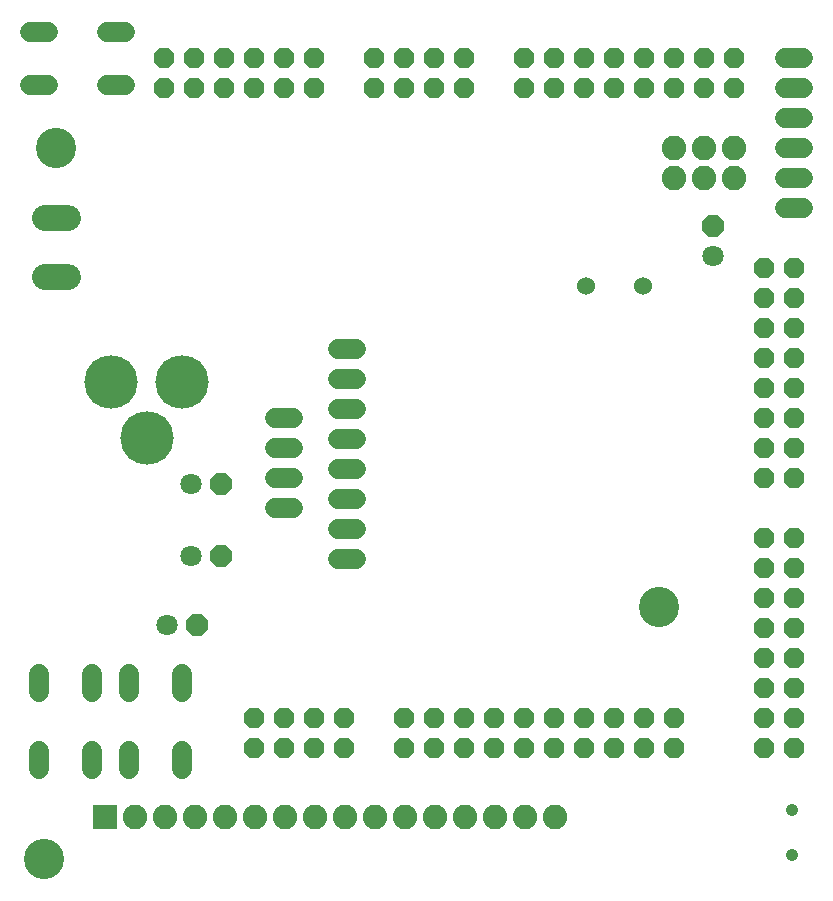
<source format=gbs>
G75*
%MOIN*%
%OFA0B0*%
%FSLAX25Y25*%
%IPPOS*%
%LPD*%
%AMOC8*
5,1,8,0,0,1.08239X$1,22.5*
%
%ADD10C,0.13400*%
%ADD11C,0.06000*%
%ADD12C,0.06800*%
%ADD13OC8,0.07100*%
%ADD14C,0.07100*%
%ADD15R,0.08200X0.08200*%
%ADD16C,0.08200*%
%ADD17C,0.17800*%
%ADD18OC8,0.06800*%
%ADD19C,0.08600*%
%ADD20C,0.04146*%
D10*
X0013500Y0126200D03*
X0017500Y0363200D03*
X0218500Y0210200D03*
D11*
X0213000Y0317200D03*
X0194000Y0317200D03*
D12*
X0260500Y0343200D02*
X0266500Y0343200D01*
X0266500Y0353200D02*
X0260500Y0353200D01*
X0260500Y0363200D02*
X0266500Y0363200D01*
X0266500Y0373200D02*
X0260500Y0373200D01*
X0260500Y0383200D02*
X0266500Y0383200D01*
X0266500Y0393200D02*
X0260500Y0393200D01*
X0117500Y0296200D02*
X0111500Y0296200D01*
X0111500Y0286200D02*
X0117500Y0286200D01*
X0117500Y0276200D02*
X0111500Y0276200D01*
X0111500Y0266200D02*
X0117500Y0266200D01*
X0117500Y0256200D02*
X0111500Y0256200D01*
X0111500Y0246200D02*
X0117500Y0246200D01*
X0117500Y0236200D02*
X0111500Y0236200D01*
X0111500Y0226200D02*
X0117500Y0226200D01*
X0096500Y0243200D02*
X0090500Y0243200D01*
X0090500Y0253200D02*
X0096500Y0253200D01*
X0096500Y0263200D02*
X0090500Y0263200D01*
X0090500Y0273200D02*
X0096500Y0273200D01*
X0059400Y0188000D02*
X0059400Y0182000D01*
X0041600Y0182000D02*
X0041600Y0188000D01*
X0029400Y0188000D02*
X0029400Y0182000D01*
X0029400Y0162400D02*
X0029400Y0156400D01*
X0041600Y0156400D02*
X0041600Y0162400D01*
X0059400Y0162400D02*
X0059400Y0156400D01*
X0011600Y0156400D02*
X0011600Y0162400D01*
X0011600Y0182000D02*
X0011600Y0188000D01*
X0008700Y0384300D02*
X0014700Y0384300D01*
X0014700Y0402100D02*
X0008700Y0402100D01*
X0034300Y0402100D02*
X0040300Y0402100D01*
X0040300Y0384300D02*
X0034300Y0384300D01*
D13*
X0072500Y0251200D03*
X0072500Y0227200D03*
X0064500Y0204200D03*
X0236500Y0337200D03*
D14*
X0236500Y0327200D03*
X0062500Y0251200D03*
X0062500Y0227200D03*
X0054500Y0204200D03*
D15*
X0033516Y0140224D03*
D16*
X0043516Y0140224D03*
X0053516Y0140224D03*
X0063516Y0140224D03*
X0073516Y0140224D03*
X0083516Y0140224D03*
X0093516Y0140224D03*
X0103516Y0140224D03*
X0113516Y0140224D03*
X0123516Y0140224D03*
X0133516Y0140224D03*
X0143516Y0140224D03*
X0153516Y0140224D03*
X0163516Y0140224D03*
X0173516Y0140224D03*
X0183516Y0140224D03*
X0223500Y0353200D03*
X0223500Y0363200D03*
X0233500Y0363200D03*
X0233500Y0353200D03*
X0243500Y0353200D03*
X0243500Y0363200D03*
D17*
X0059437Y0285200D03*
X0047626Y0266696D03*
X0035815Y0285200D03*
D18*
X0053500Y0383200D03*
X0053500Y0393200D03*
X0063500Y0393200D03*
X0063500Y0383200D03*
X0073500Y0383200D03*
X0073500Y0393200D03*
X0083500Y0393200D03*
X0083500Y0383200D03*
X0093500Y0383200D03*
X0093500Y0393200D03*
X0103500Y0393200D03*
X0103500Y0383200D03*
X0123500Y0383200D03*
X0123500Y0393200D03*
X0133500Y0393200D03*
X0133500Y0383200D03*
X0143500Y0383200D03*
X0143500Y0393200D03*
X0153500Y0393200D03*
X0153500Y0383200D03*
X0173500Y0383200D03*
X0173500Y0393200D03*
X0183500Y0393200D03*
X0183500Y0383200D03*
X0193500Y0383200D03*
X0193500Y0393200D03*
X0203500Y0393200D03*
X0203500Y0383200D03*
X0213500Y0383200D03*
X0213500Y0393200D03*
X0223500Y0393200D03*
X0223500Y0383200D03*
X0233500Y0383200D03*
X0233500Y0393200D03*
X0243500Y0393200D03*
X0243500Y0383200D03*
X0253500Y0323200D03*
X0253500Y0313200D03*
X0253500Y0303200D03*
X0253500Y0293200D03*
X0253500Y0283200D03*
X0253500Y0273200D03*
X0253500Y0263200D03*
X0253500Y0253200D03*
X0263500Y0253200D03*
X0263500Y0263200D03*
X0263500Y0273200D03*
X0263500Y0283200D03*
X0263500Y0293200D03*
X0263500Y0303200D03*
X0263500Y0313200D03*
X0263500Y0323200D03*
X0263500Y0233200D03*
X0263500Y0223200D03*
X0263500Y0213200D03*
X0263500Y0203200D03*
X0263500Y0193200D03*
X0263500Y0183200D03*
X0263500Y0173200D03*
X0263500Y0163200D03*
X0253500Y0163200D03*
X0253500Y0173200D03*
X0253500Y0183200D03*
X0253500Y0193200D03*
X0253500Y0203200D03*
X0253500Y0213200D03*
X0253500Y0223200D03*
X0253500Y0233200D03*
X0223500Y0173200D03*
X0223500Y0163200D03*
X0213500Y0163200D03*
X0213500Y0173200D03*
X0203500Y0173200D03*
X0203500Y0163200D03*
X0193500Y0163200D03*
X0193500Y0173200D03*
X0183500Y0173200D03*
X0183500Y0163200D03*
X0173500Y0163200D03*
X0173500Y0173200D03*
X0163500Y0173200D03*
X0163500Y0163200D03*
X0153500Y0163200D03*
X0153500Y0173200D03*
X0143500Y0173200D03*
X0143500Y0163200D03*
X0133500Y0163200D03*
X0133500Y0173200D03*
X0113500Y0173200D03*
X0113500Y0163200D03*
X0103500Y0163200D03*
X0103500Y0173200D03*
X0093500Y0173200D03*
X0093500Y0163200D03*
X0083500Y0163200D03*
X0083500Y0173200D03*
D19*
X0021400Y0320300D02*
X0013600Y0320300D01*
X0013600Y0340100D02*
X0021400Y0340100D01*
D20*
X0262839Y0142680D03*
X0262839Y0127720D03*
M02*

</source>
